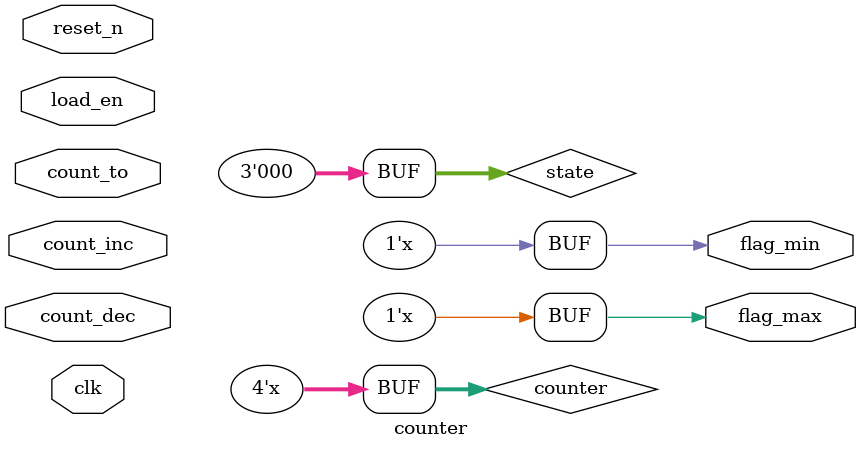
<source format=v>
module counter(clk,reset_n,load_en,count_dec,count_inc,count_to,flag_max,flag_min);
input clk;
input reset_n,count_dec, count_inc, load_en;
input [3:0]count_to;
output flag_max,flag_min;
reg flag_max,flag_min;
reg [3:0]counter, count_max;
reg [2:0] state, next_state; 
parameter S0 = 4'd0; // ko tang giam
parameter S1 = 4'd1;// tang
parameter S2 = 4'd2;// giam
parameter S3 = 4'd3;// max
parameter S4 = 4'd4;// min

always @( posedge clk or posedge reset_n ) begin 
    if( reset_n) begin 
        counter <= 4'd0;
        flag_max<=4'd0;
        flag_min<=4'd0;
    end
    else state <= next_state;
end

always @( state or count_dec or count_inc ) begin 
    case ( state )
            S0: begin 
                if( count_inc == 1'd1 & count_dec == 1'd0 ) next_state = S1;
                else begin 
                    if( count_dec == 1'd1 & count_inc == 1'd0 ) next_state = S2;
                else next_state = S0;
                end
            end
            S1: begin 
                next_state = (counter == count_max)? S3 : (( counter == 4'b0000)? S4: S0); 
                if( count_inc == 1'd1 & count_dec == 1'd0 ) next_state = S1;
                else begin 
                    if( count_dec == 1'd1 & count_inc == 1'd0 ) next_state = S2;
                else next_state = S0;
                end
            end
            S2: begin 
                next_state = (counter == count_max)? S3 : (( counter == 4'b0000)? S4: S0); 
                if( count_inc == 1'd1 & count_dec == 1'd0 ) next_state = S1;
                else begin 
                    if( count_dec == 1'd1 & count_inc == 1'd0 ) next_state = S2;
                else next_state = S0;
                end
            end
            S3: begin
                if( count_inc == 1'd1 & count_dec == 1'd0 ) next_state = S1;
                else begin 
                    if( count_dec == 1'd1 & count_inc == 1'd0 ) next_state = S2;
                else next_state = S0;
                end
            end
            S4:begin if( count_inc == 1'd1 & count_dec == 1'd0 ) next_state = S1;
                else begin 
                    if( count_dec == 1'd1 & count_inc == 1'd0 ) next_state = S2;
                else next_state = S0;
                end
            end
    endcase 
end
always @( state or count_dec or count_inc ) begin 
    state = S0;
case(state) 
        S0: ;
        S1: counter = counter + 1;
        S2: counter = counter - 1;
        S3: begin 
            counter = 4'b0000; flag_max = 1'b1;
        end
        S4: begin 
            counter = 4'b0000; flag_min = 1'b1;
        end

endcase
end
always @(posedge clk) begin 
        if(load_en) count_max <= count_to;
end
endmodule
</source>
